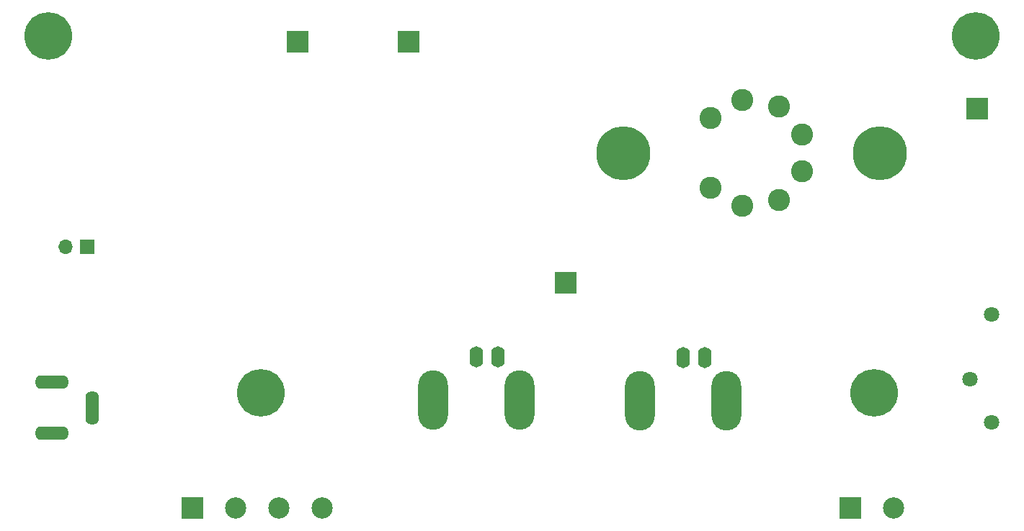
<source format=gbr>
%TF.GenerationSoftware,KiCad,Pcbnew,6.0.4-6f826c9f35~116~ubuntu21.10.1*%
%TF.CreationDate,2022-05-06T18:09:40-07:00*%
%TF.ProjectId,HV_Amplifier,48565f41-6d70-46c6-9966-6965722e6b69,rev?*%
%TF.SameCoordinates,Original*%
%TF.FileFunction,Soldermask,Bot*%
%TF.FilePolarity,Negative*%
%FSLAX46Y46*%
G04 Gerber Fmt 4.6, Leading zero omitted, Abs format (unit mm)*
G04 Created by KiCad (PCBNEW 6.0.4-6f826c9f35~116~ubuntu21.10.1) date 2022-05-06 18:09:40*
%MOMM*%
%LPD*%
G01*
G04 APERTURE LIST*
%ADD10C,2.600000*%
%ADD11C,6.350000*%
%ADD12C,5.600000*%
%ADD13O,1.600000X2.500000*%
%ADD14O,3.500000X7.000000*%
%ADD15R,2.500000X2.500000*%
%ADD16O,4.000000X1.600000*%
%ADD17O,1.600000X4.000000*%
%ADD18C,2.500000*%
%ADD19C,1.800000*%
%ADD20R,1.700000X1.700000*%
%ADD21O,1.700000X1.700000*%
G04 APERTURE END LIST*
D10*
%TO.C,U1*%
X212778000Y-77342000D03*
X216538000Y-79512000D03*
X220818000Y-78762000D03*
X223608000Y-75432000D03*
X223608000Y-71092000D03*
X220818000Y-67762000D03*
X216538000Y-67012000D03*
X212778000Y-69182000D03*
D11*
X232738000Y-73262000D03*
X202538000Y-73262000D03*
%TD*%
D12*
%TO.C,H2*%
X160000000Y-101500000D03*
%TD*%
D13*
%TO.C,J4*%
X209600000Y-97350000D03*
D14*
X214680000Y-102430000D03*
X204520000Y-102430000D03*
D13*
X212140000Y-97350000D03*
%TD*%
D15*
%TO.C,TP3*%
X244180000Y-68000000D03*
%TD*%
D16*
%TO.C,J3*%
X135450000Y-100250000D03*
X135450000Y-106250000D03*
D17*
X140150000Y-103250000D03*
%TD*%
D15*
%TO.C,J5*%
X229255000Y-115000000D03*
D18*
X234335000Y-115000000D03*
%TD*%
D19*
%TO.C,RV1*%
X245852000Y-92214000D03*
X243312000Y-99834000D03*
X245852000Y-104914000D03*
%TD*%
D15*
%TO.C,J1*%
X151980000Y-115000000D03*
D18*
X157060000Y-115000000D03*
X162140000Y-115000000D03*
X167220000Y-115000000D03*
%TD*%
D12*
%TO.C,H3*%
X135000000Y-59500000D03*
%TD*%
D15*
%TO.C,TP4*%
X195810000Y-88530000D03*
%TD*%
D13*
%TO.C,J2*%
X185300000Y-97250000D03*
D14*
X190380000Y-102330000D03*
X180220000Y-102330000D03*
D13*
X187840000Y-97250000D03*
%TD*%
D12*
%TO.C,H4*%
X244000000Y-59500000D03*
%TD*%
D15*
%TO.C,TP1*%
X164322000Y-60142000D03*
%TD*%
D12*
%TO.C,H1*%
X232000000Y-101500000D03*
%TD*%
D15*
%TO.C,TP2*%
X177300000Y-60200000D03*
%TD*%
D20*
%TO.C,JP1*%
X139552000Y-84308000D03*
D21*
X137012000Y-84308000D03*
%TD*%
M02*

</source>
